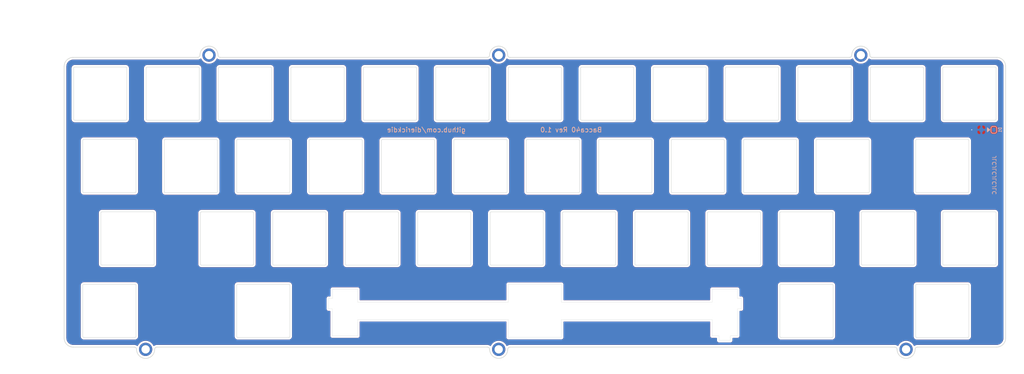
<source format=kicad_pcb>
(kicad_pcb (version 20171130) (host pcbnew "(5.1.10-1-10_14)")
  (layers (0 F.Cu signal) (31 B.Cu signal) (34 B.Paste user) (35 F.Paste user) (36 B.SilkS user) (37 F.SilkS user) (38 B.Mask user) (39 F.Mask user) (44 Edge.Cuts user))
  (net 0 "")
  (net 1 GND)
  (net 2 "Net-(D1-Pad1)")
  (module Keeb_footprints:MX100_outline (layer F.Cu) (at 270.298418 107.143896)
    (fp_text reference U43)
    (fp_text value HOLE)
  )
  (module Keeb_footprints:MX100_cutout (layer F.Cu) (at 384.598322 49.993944)
    (fp_text reference U49)
    (fp_text value HOLE)
    (fp_arc (start -6.7 6.7) (end -7 6.7) (angle -90) (layer Edge.Cuts) (width 0.1))
    (fp_arc (start -6.7 -6.7) (end -6.7 -7) (angle -90) (layer Edge.Cuts) (width 0.1))
    (fp_arc (start 6.7 -6.7) (end 7 -6.7) (angle -90) (layer Edge.Cuts) (width 0.1))
    (fp_arc (start 6.7 6.7) (end 6.7 7) (angle -90) (layer Edge.Cuts) (width 0.1))
    (fp_line (start 7 6.7) (end 7 -6.7) (layer Edge.Cuts) (width 0.1))
    (fp_line (start -7 6.7) (end -7 -6.7) (layer Edge.Cuts) (width 0.1))
    (fp_line (start 6.7 -7) (end -6.7 -7) (layer Edge.Cuts) (width 0.1))
    (fp_line (start 6.7 7) (end -6.7 7) (layer Edge.Cuts) (width 0.1))
  )
  (module random-keyboard-parts:Generic-Mounthole (layer F.Cu) (at 184.57349 39.87364)
    (fp_text reference H1)
    (fp_text value MountingHole)
    (pad 1 thru_hole circle (at 0 0) (size 3.5 3.5) (drill 2.2) (layers *.Cu *.Mask))
  )
  (module random-keyboard-parts:Generic-Mounthole (layer F.Cu) (at 167.904562 117.264265)
    (fp_text reference H2)
    (fp_text value MountingHole)
    (pad 1 thru_hole circle (at 0 0) (size 3.5 3.5) (drill 2.2) (layers *.Cu *.Mask))
  )
  (module random-keyboard-parts:Generic-Mounthole (layer F.Cu) (at 260.773394 39.873575)
    (fp_text reference H3)
    (fp_text value MountingHole)
    (pad 1 thru_hole circle (at 0 0) (size 3.5 3.5) (drill 2.2) (layers *.Cu *.Mask))
  )
  (module random-keyboard-parts:Generic-Mounthole (layer F.Cu) (at 260.773394 117.264265)
    (fp_text reference H4)
    (fp_text value MountingHole)
    (pad 1 thru_hole circle (at 0 0) (size 3.5 3.5) (drill 2.2) (layers *.Cu *.Mask))
  )
  (module random-keyboard-parts:Generic-Mounthole (layer F.Cu) (at 356.023474 39.873575)
    (fp_text reference H5)
    (fp_text value MountingHole)
    (pad 1 thru_hole circle (at 0 0) (size 3.5 3.5) (drill 2.2) (layers *.Cu *.Mask))
  )
  (module random-keyboard-parts:Generic-Mounthole (layer F.Cu) (at 367.929586 117.2642)
    (fp_text reference H22)
    (fp_text value MountingHole)
    (pad 1 thru_hole circle (at 0 0) (size 3.5 3.5) (drill 2.2) (layers *.Cu *.Mask))
  )
  (module Keeb_footprints:MX100_cutout (layer F.Cu) (at 377.454578 107.1567)
    (fp_text reference U48)
    (fp_text value HOLE)
    (fp_arc (start -6.7 6.7) (end -7 6.7) (angle -90) (layer Edge.Cuts) (width 0.1))
    (fp_arc (start -6.7 -6.7) (end -6.7 -7) (angle -90) (layer Edge.Cuts) (width 0.1))
    (fp_arc (start 6.7 -6.7) (end 7 -6.7) (angle -90) (layer Edge.Cuts) (width 0.1))
    (fp_arc (start 6.7 6.7) (end 6.7 7) (angle -90) (layer Edge.Cuts) (width 0.1))
    (fp_line (start 7 6.7) (end 7 -6.7) (layer Edge.Cuts) (width 0.1))
    (fp_line (start -7 6.7) (end -7 -6.7) (layer Edge.Cuts) (width 0.1))
    (fp_line (start 6.7 -7) (end -6.7 -7) (layer Edge.Cuts) (width 0.1))
    (fp_line (start 6.7 7) (end -6.7 7) (layer Edge.Cuts) (width 0.1))
  )
  (module Keeb_footprints:MX100_cutout (layer F.Cu) (at 341.735858 107.143896)
    (fp_text reference U47)
    (fp_text value HOLE)
    (fp_arc (start -6.7 6.7) (end -7 6.7) (angle -90) (layer Edge.Cuts) (width 0.1))
    (fp_arc (start -6.7 -6.7) (end -6.7 -7) (angle -90) (layer Edge.Cuts) (width 0.1))
    (fp_arc (start 6.7 -6.7) (end 7 -6.7) (angle -90) (layer Edge.Cuts) (width 0.1))
    (fp_arc (start 6.7 6.7) (end 6.7 7) (angle -90) (layer Edge.Cuts) (width 0.1))
    (fp_line (start 7 6.7) (end 7 -6.7) (layer Edge.Cuts) (width 0.1))
    (fp_line (start -7 6.7) (end -7 -6.7) (layer Edge.Cuts) (width 0.1))
    (fp_line (start 6.7 -7) (end -6.7 -7) (layer Edge.Cuts) (width 0.1))
    (fp_line (start 6.7 7) (end -6.7 7) (layer Edge.Cuts) (width 0.1))
  )
  (module Keeb_footprints:MX100_cutout (layer F.Cu) (at 198.860978 107.143896)
    (fp_text reference U39)
    (fp_text value HOLE)
    (fp_arc (start -6.7 6.7) (end -7 6.7) (angle -90) (layer Edge.Cuts) (width 0.1))
    (fp_arc (start -6.7 -6.7) (end -6.7 -7) (angle -90) (layer Edge.Cuts) (width 0.1))
    (fp_arc (start 6.7 -6.7) (end 7 -6.7) (angle -90) (layer Edge.Cuts) (width 0.1))
    (fp_arc (start 6.7 6.7) (end 6.7 7) (angle -90) (layer Edge.Cuts) (width 0.1))
    (fp_line (start 7 6.7) (end 7 -6.7) (layer Edge.Cuts) (width 0.1))
    (fp_line (start -7 6.7) (end -7 -6.7) (layer Edge.Cuts) (width 0.1))
    (fp_line (start 6.7 -7) (end -6.7 -7) (layer Edge.Cuts) (width 0.1))
    (fp_line (start 6.7 7) (end -6.7 7) (layer Edge.Cuts) (width 0.1))
  )
  (module Keeb_footprints:MX100_cutout (layer F.Cu) (at 158.379762 107.143896)
    (fp_text reference U37)
    (fp_text value HOLE)
    (fp_arc (start -6.7 6.7) (end -7 6.7) (angle -90) (layer Edge.Cuts) (width 0.1))
    (fp_arc (start -6.7 -6.7) (end -6.7 -7) (angle -90) (layer Edge.Cuts) (width 0.1))
    (fp_arc (start 6.7 -6.7) (end 7 -6.7) (angle -90) (layer Edge.Cuts) (width 0.1))
    (fp_arc (start 6.7 6.7) (end 6.7 7) (angle -90) (layer Edge.Cuts) (width 0.1))
    (fp_line (start 7 6.7) (end 7 -6.7) (layer Edge.Cuts) (width 0.1))
    (fp_line (start -7 6.7) (end -7 -6.7) (layer Edge.Cuts) (width 0.1))
    (fp_line (start 6.7 -7) (end -6.7 -7) (layer Edge.Cuts) (width 0.1))
    (fp_line (start 6.7 7) (end -6.7 7) (layer Edge.Cuts) (width 0.1))
  )
  (module Keeb_footprints:MX100_cutout (layer F.Cu) (at 384.598322 88.093912)
    (fp_text reference U36)
    (fp_text value HOLE)
    (fp_arc (start -6.7 6.7) (end -7 6.7) (angle -90) (layer Edge.Cuts) (width 0.1))
    (fp_arc (start -6.7 -6.7) (end -6.7 -7) (angle -90) (layer Edge.Cuts) (width 0.1))
    (fp_arc (start 6.7 -6.7) (end 7 -6.7) (angle -90) (layer Edge.Cuts) (width 0.1))
    (fp_arc (start 6.7 6.7) (end 6.7 7) (angle -90) (layer Edge.Cuts) (width 0.1))
    (fp_line (start 7 6.7) (end 7 -6.7) (layer Edge.Cuts) (width 0.1))
    (fp_line (start -7 6.7) (end -7 -6.7) (layer Edge.Cuts) (width 0.1))
    (fp_line (start 6.7 -7) (end -6.7 -7) (layer Edge.Cuts) (width 0.1))
    (fp_line (start 6.7 7) (end -6.7 7) (layer Edge.Cuts) (width 0.1))
  )
  (module Keeb_footprints:MX100_cutout (layer F.Cu) (at 363.16709 88.093912)
    (fp_text reference U35)
    (fp_text value HOLE)
    (fp_arc (start -6.7 6.7) (end -7 6.7) (angle -90) (layer Edge.Cuts) (width 0.1))
    (fp_arc (start -6.7 -6.7) (end -6.7 -7) (angle -90) (layer Edge.Cuts) (width 0.1))
    (fp_arc (start 6.7 -6.7) (end 7 -6.7) (angle -90) (layer Edge.Cuts) (width 0.1))
    (fp_arc (start 6.7 6.7) (end 6.7 7) (angle -90) (layer Edge.Cuts) (width 0.1))
    (fp_line (start 7 6.7) (end 7 -6.7) (layer Edge.Cuts) (width 0.1))
    (fp_line (start -7 6.7) (end -7 -6.7) (layer Edge.Cuts) (width 0.1))
    (fp_line (start 6.7 -7) (end -6.7 -7) (layer Edge.Cuts) (width 0.1))
    (fp_line (start 6.7 7) (end -6.7 7) (layer Edge.Cuts) (width 0.1))
  )
  (module Keeb_footprints:MX100_cutout (layer F.Cu) (at 341.710738 88.10662)
    (fp_text reference U34)
    (fp_text value HOLE)
    (fp_arc (start -6.7 6.7) (end -7 6.7) (angle -90) (layer Edge.Cuts) (width 0.1))
    (fp_arc (start -6.7 -6.7) (end -6.7 -7) (angle -90) (layer Edge.Cuts) (width 0.1))
    (fp_arc (start 6.7 -6.7) (end 7 -6.7) (angle -90) (layer Edge.Cuts) (width 0.1))
    (fp_arc (start 6.7 6.7) (end 6.7 7) (angle -90) (layer Edge.Cuts) (width 0.1))
    (fp_line (start 7 6.7) (end 7 -6.7) (layer Edge.Cuts) (width 0.1))
    (fp_line (start -7 6.7) (end -7 -6.7) (layer Edge.Cuts) (width 0.1))
    (fp_line (start 6.7 -7) (end -6.7 -7) (layer Edge.Cuts) (width 0.1))
    (fp_line (start 6.7 7) (end -6.7 7) (layer Edge.Cuts) (width 0.1))
  )
  (module Keeb_footprints:MX100_cutout (layer F.Cu) (at 322.660658 88.10662)
    (fp_text reference U33)
    (fp_text value HOLE)
    (fp_arc (start -6.7 6.7) (end -7 6.7) (angle -90) (layer Edge.Cuts) (width 0.1))
    (fp_arc (start -6.7 -6.7) (end -6.7 -7) (angle -90) (layer Edge.Cuts) (width 0.1))
    (fp_arc (start 6.7 -6.7) (end 7 -6.7) (angle -90) (layer Edge.Cuts) (width 0.1))
    (fp_arc (start 6.7 6.7) (end 6.7 7) (angle -90) (layer Edge.Cuts) (width 0.1))
    (fp_line (start 7 6.7) (end 7 -6.7) (layer Edge.Cuts) (width 0.1))
    (fp_line (start -7 6.7) (end -7 -6.7) (layer Edge.Cuts) (width 0.1))
    (fp_line (start 6.7 -7) (end -6.7 -7) (layer Edge.Cuts) (width 0.1))
    (fp_line (start 6.7 7) (end -6.7 7) (layer Edge.Cuts) (width 0.1))
  )
  (module Keeb_footprints:MX100_cutout (layer F.Cu) (at 303.610578 88.10662)
    (fp_text reference U32)
    (fp_text value HOLE)
    (fp_arc (start -6.7 6.7) (end -7 6.7) (angle -90) (layer Edge.Cuts) (width 0.1))
    (fp_arc (start -6.7 -6.7) (end -6.7 -7) (angle -90) (layer Edge.Cuts) (width 0.1))
    (fp_arc (start 6.7 -6.7) (end 7 -6.7) (angle -90) (layer Edge.Cuts) (width 0.1))
    (fp_arc (start 6.7 6.7) (end 6.7 7) (angle -90) (layer Edge.Cuts) (width 0.1))
    (fp_line (start 7 6.7) (end 7 -6.7) (layer Edge.Cuts) (width 0.1))
    (fp_line (start -7 6.7) (end -7 -6.7) (layer Edge.Cuts) (width 0.1))
    (fp_line (start 6.7 -7) (end -6.7 -7) (layer Edge.Cuts) (width 0.1))
    (fp_line (start 6.7 7) (end -6.7 7) (layer Edge.Cuts) (width 0.1))
  )
  (module Keeb_footprints:MX100_cutout (layer F.Cu) (at 284.560498 88.10662)
    (fp_text reference U31)
    (fp_text value HOLE)
    (fp_arc (start -6.7 6.7) (end -7 6.7) (angle -90) (layer Edge.Cuts) (width 0.1))
    (fp_arc (start -6.7 -6.7) (end -6.7 -7) (angle -90) (layer Edge.Cuts) (width 0.1))
    (fp_arc (start 6.7 -6.7) (end 7 -6.7) (angle -90) (layer Edge.Cuts) (width 0.1))
    (fp_arc (start 6.7 6.7) (end 6.7 7) (angle -90) (layer Edge.Cuts) (width 0.1))
    (fp_line (start 7 6.7) (end 7 -6.7) (layer Edge.Cuts) (width 0.1))
    (fp_line (start -7 6.7) (end -7 -6.7) (layer Edge.Cuts) (width 0.1))
    (fp_line (start 6.7 -7) (end -6.7 -7) (layer Edge.Cuts) (width 0.1))
    (fp_line (start 6.7 7) (end -6.7 7) (layer Edge.Cuts) (width 0.1))
  )
  (module Keeb_footprints:MX100_cutout (layer F.Cu) (at 265.510418 88.10662)
    (fp_text reference U30)
    (fp_text value HOLE)
    (fp_arc (start -6.7 6.7) (end -7 6.7) (angle -90) (layer Edge.Cuts) (width 0.1))
    (fp_arc (start -6.7 -6.7) (end -6.7 -7) (angle -90) (layer Edge.Cuts) (width 0.1))
    (fp_arc (start 6.7 -6.7) (end 7 -6.7) (angle -90) (layer Edge.Cuts) (width 0.1))
    (fp_arc (start 6.7 6.7) (end 6.7 7) (angle -90) (layer Edge.Cuts) (width 0.1))
    (fp_line (start 7 6.7) (end 7 -6.7) (layer Edge.Cuts) (width 0.1))
    (fp_line (start -7 6.7) (end -7 -6.7) (layer Edge.Cuts) (width 0.1))
    (fp_line (start 6.7 -7) (end -6.7 -7) (layer Edge.Cuts) (width 0.1))
    (fp_line (start 6.7 7) (end -6.7 7) (layer Edge.Cuts) (width 0.1))
  )
  (module Keeb_footprints:MX100_cutout (layer F.Cu) (at 246.460338 88.10662)
    (fp_text reference U29)
    (fp_text value HOLE)
    (fp_arc (start -6.7 6.7) (end -7 6.7) (angle -90) (layer Edge.Cuts) (width 0.1))
    (fp_arc (start -6.7 -6.7) (end -6.7 -7) (angle -90) (layer Edge.Cuts) (width 0.1))
    (fp_arc (start 6.7 -6.7) (end 7 -6.7) (angle -90) (layer Edge.Cuts) (width 0.1))
    (fp_arc (start 6.7 6.7) (end 6.7 7) (angle -90) (layer Edge.Cuts) (width 0.1))
    (fp_line (start 7 6.7) (end 7 -6.7) (layer Edge.Cuts) (width 0.1))
    (fp_line (start -7 6.7) (end -7 -6.7) (layer Edge.Cuts) (width 0.1))
    (fp_line (start 6.7 -7) (end -6.7 -7) (layer Edge.Cuts) (width 0.1))
    (fp_line (start 6.7 7) (end -6.7 7) (layer Edge.Cuts) (width 0.1))
  )
  (module Keeb_footprints:MX100_cutout (layer F.Cu) (at 227.435954 88.10662)
    (fp_text reference U28)
    (fp_text value HOLE)
    (fp_arc (start -6.7 6.7) (end -7 6.7) (angle -90) (layer Edge.Cuts) (width 0.1))
    (fp_arc (start -6.7 -6.7) (end -6.7 -7) (angle -90) (layer Edge.Cuts) (width 0.1))
    (fp_arc (start 6.7 -6.7) (end 7 -6.7) (angle -90) (layer Edge.Cuts) (width 0.1))
    (fp_arc (start 6.7 6.7) (end 6.7 7) (angle -90) (layer Edge.Cuts) (width 0.1))
    (fp_line (start 7 6.7) (end 7 -6.7) (layer Edge.Cuts) (width 0.1))
    (fp_line (start -7 6.7) (end -7 -6.7) (layer Edge.Cuts) (width 0.1))
    (fp_line (start 6.7 -7) (end -6.7 -7) (layer Edge.Cuts) (width 0.1))
    (fp_line (start 6.7 7) (end -6.7 7) (layer Edge.Cuts) (width 0.1))
  )
  (module Keeb_footprints:MX100_cutout (layer F.Cu) (at 208.360178 88.10662)
    (fp_text reference U27)
    (fp_text value HOLE)
    (fp_arc (start -6.7 6.7) (end -7 6.7) (angle -90) (layer Edge.Cuts) (width 0.1))
    (fp_arc (start -6.7 -6.7) (end -6.7 -7) (angle -90) (layer Edge.Cuts) (width 0.1))
    (fp_arc (start 6.7 -6.7) (end 7 -6.7) (angle -90) (layer Edge.Cuts) (width 0.1))
    (fp_arc (start 6.7 6.7) (end 6.7 7) (angle -90) (layer Edge.Cuts) (width 0.1))
    (fp_line (start 7 6.7) (end 7 -6.7) (layer Edge.Cuts) (width 0.1))
    (fp_line (start -7 6.7) (end -7 -6.7) (layer Edge.Cuts) (width 0.1))
    (fp_line (start 6.7 -7) (end -6.7 -7) (layer Edge.Cuts) (width 0.1))
    (fp_line (start 6.7 7) (end -6.7 7) (layer Edge.Cuts) (width 0.1))
  )
  (module Keeb_footprints:MX100_cutout (layer F.Cu) (at 189.310098 88.10662)
    (fp_text reference U26)
    (fp_text value HOLE)
    (fp_arc (start -6.7 6.7) (end -7 6.7) (angle -90) (layer Edge.Cuts) (width 0.1))
    (fp_arc (start -6.7 -6.7) (end -6.7 -7) (angle -90) (layer Edge.Cuts) (width 0.1))
    (fp_arc (start 6.7 -6.7) (end 7 -6.7) (angle -90) (layer Edge.Cuts) (width 0.1))
    (fp_arc (start 6.7 6.7) (end 6.7 7) (angle -90) (layer Edge.Cuts) (width 0.1))
    (fp_line (start 7 6.7) (end 7 -6.7) (layer Edge.Cuts) (width 0.1))
    (fp_line (start -7 6.7) (end -7 -6.7) (layer Edge.Cuts) (width 0.1))
    (fp_line (start 6.7 -7) (end -6.7 -7) (layer Edge.Cuts) (width 0.1))
    (fp_line (start 6.7 7) (end -6.7 7) (layer Edge.Cuts) (width 0.1))
  )
  (module Keeb_footprints:MX100_cutout (layer F.Cu) (at 163.142258 88.093912)
    (fp_text reference U25)
    (fp_text value HOLE)
    (fp_arc (start -6.7 6.7) (end -7 6.7) (angle -90) (layer Edge.Cuts) (width 0.1))
    (fp_arc (start -6.7 -6.7) (end -6.7 -7) (angle -90) (layer Edge.Cuts) (width 0.1))
    (fp_arc (start 6.7 -6.7) (end 7 -6.7) (angle -90) (layer Edge.Cuts) (width 0.1))
    (fp_arc (start 6.7 6.7) (end 6.7 7) (angle -90) (layer Edge.Cuts) (width 0.1))
    (fp_line (start 7 6.7) (end 7 -6.7) (layer Edge.Cuts) (width 0.1))
    (fp_line (start -7 6.7) (end -7 -6.7) (layer Edge.Cuts) (width 0.1))
    (fp_line (start 6.7 -7) (end -6.7 -7) (layer Edge.Cuts) (width 0.1))
    (fp_line (start 6.7 7) (end -6.7 7) (layer Edge.Cuts) (width 0.1))
  )
  (module Keeb_footprints:MX100_cutout (layer F.Cu) (at 377.454578 69.043928)
    (fp_text reference U24)
    (fp_text value HOLE)
    (fp_arc (start -6.7 6.7) (end -7 6.7) (angle -90) (layer Edge.Cuts) (width 0.1))
    (fp_arc (start -6.7 -6.7) (end -6.7 -7) (angle -90) (layer Edge.Cuts) (width 0.1))
    (fp_arc (start 6.7 -6.7) (end 7 -6.7) (angle -90) (layer Edge.Cuts) (width 0.1))
    (fp_arc (start 6.7 6.7) (end 6.7 7) (angle -90) (layer Edge.Cuts) (width 0.1))
    (fp_line (start 7 6.7) (end 7 -6.7) (layer Edge.Cuts) (width 0.1))
    (fp_line (start -7 6.7) (end -7 -6.7) (layer Edge.Cuts) (width 0.1))
    (fp_line (start 6.7 -7) (end -6.7 -7) (layer Edge.Cuts) (width 0.1))
    (fp_line (start 6.7 7) (end -6.7 7) (layer Edge.Cuts) (width 0.1))
  )
  (module Keeb_footprints:MX100_cutout (layer F.Cu) (at 351.235826 69.05654)
    (fp_text reference U23)
    (fp_text value HOLE)
    (fp_arc (start -6.7 6.7) (end -7 6.7) (angle -90) (layer Edge.Cuts) (width 0.1))
    (fp_arc (start -6.7 -6.7) (end -6.7 -7) (angle -90) (layer Edge.Cuts) (width 0.1))
    (fp_arc (start 6.7 -6.7) (end 7 -6.7) (angle -90) (layer Edge.Cuts) (width 0.1))
    (fp_arc (start 6.7 6.7) (end 6.7 7) (angle -90) (layer Edge.Cuts) (width 0.1))
    (fp_line (start 7 6.7) (end 7 -6.7) (layer Edge.Cuts) (width 0.1))
    (fp_line (start -7 6.7) (end -7 -6.7) (layer Edge.Cuts) (width 0.1))
    (fp_line (start 6.7 -7) (end -6.7 -7) (layer Edge.Cuts) (width 0.1))
    (fp_line (start 6.7 7) (end -6.7 7) (layer Edge.Cuts) (width 0.1))
  )
  (module Keeb_footprints:MX100_cutout (layer F.Cu) (at 332.185746 69.05654)
    (fp_text reference U22)
    (fp_text value HOLE)
    (fp_arc (start -6.7 6.7) (end -7 6.7) (angle -90) (layer Edge.Cuts) (width 0.1))
    (fp_arc (start -6.7 -6.7) (end -6.7 -7) (angle -90) (layer Edge.Cuts) (width 0.1))
    (fp_arc (start 6.7 -6.7) (end 7 -6.7) (angle -90) (layer Edge.Cuts) (width 0.1))
    (fp_arc (start 6.7 6.7) (end 6.7 7) (angle -90) (layer Edge.Cuts) (width 0.1))
    (fp_line (start 7 6.7) (end 7 -6.7) (layer Edge.Cuts) (width 0.1))
    (fp_line (start -7 6.7) (end -7 -6.7) (layer Edge.Cuts) (width 0.1))
    (fp_line (start 6.7 -7) (end -6.7 -7) (layer Edge.Cuts) (width 0.1))
    (fp_line (start 6.7 7) (end -6.7 7) (layer Edge.Cuts) (width 0.1))
  )
  (module Keeb_footprints:MX100_cutout (layer F.Cu) (at 313.135666 69.05654)
    (fp_text reference U21)
    (fp_text value HOLE)
    (fp_arc (start -6.7 6.7) (end -7 6.7) (angle -90) (layer Edge.Cuts) (width 0.1))
    (fp_arc (start -6.7 -6.7) (end -6.7 -7) (angle -90) (layer Edge.Cuts) (width 0.1))
    (fp_arc (start 6.7 -6.7) (end 7 -6.7) (angle -90) (layer Edge.Cuts) (width 0.1))
    (fp_arc (start 6.7 6.7) (end 6.7 7) (angle -90) (layer Edge.Cuts) (width 0.1))
    (fp_line (start 7 6.7) (end 7 -6.7) (layer Edge.Cuts) (width 0.1))
    (fp_line (start -7 6.7) (end -7 -6.7) (layer Edge.Cuts) (width 0.1))
    (fp_line (start 6.7 -7) (end -6.7 -7) (layer Edge.Cuts) (width 0.1))
    (fp_line (start 6.7 7) (end -6.7 7) (layer Edge.Cuts) (width 0.1))
  )
  (module Keeb_footprints:MX100_cutout (layer F.Cu) (at 294.085586 69.05654)
    (fp_text reference U20)
    (fp_text value HOLE)
    (fp_arc (start -6.7 6.7) (end -7 6.7) (angle -90) (layer Edge.Cuts) (width 0.1))
    (fp_arc (start -6.7 -6.7) (end -6.7 -7) (angle -90) (layer Edge.Cuts) (width 0.1))
    (fp_arc (start 6.7 -6.7) (end 7 -6.7) (angle -90) (layer Edge.Cuts) (width 0.1))
    (fp_arc (start 6.7 6.7) (end 6.7 7) (angle -90) (layer Edge.Cuts) (width 0.1))
    (fp_line (start 7 6.7) (end 7 -6.7) (layer Edge.Cuts) (width 0.1))
    (fp_line (start -7 6.7) (end -7 -6.7) (layer Edge.Cuts) (width 0.1))
    (fp_line (start 6.7 -7) (end -6.7 -7) (layer Edge.Cuts) (width 0.1))
    (fp_line (start 6.7 7) (end -6.7 7) (layer Edge.Cuts) (width 0.1))
  )
  (module Keeb_footprints:MX100_cutout (layer F.Cu) (at 275.035506 69.05654)
    (fp_text reference U19)
    (fp_text value HOLE)
    (fp_arc (start -6.7 6.7) (end -7 6.7) (angle -90) (layer Edge.Cuts) (width 0.1))
    (fp_arc (start -6.7 -6.7) (end -6.7 -7) (angle -90) (layer Edge.Cuts) (width 0.1))
    (fp_arc (start 6.7 -6.7) (end 7 -6.7) (angle -90) (layer Edge.Cuts) (width 0.1))
    (fp_arc (start 6.7 6.7) (end 6.7 7) (angle -90) (layer Edge.Cuts) (width 0.1))
    (fp_line (start 7 6.7) (end 7 -6.7) (layer Edge.Cuts) (width 0.1))
    (fp_line (start -7 6.7) (end -7 -6.7) (layer Edge.Cuts) (width 0.1))
    (fp_line (start 6.7 -7) (end -6.7 -7) (layer Edge.Cuts) (width 0.1))
    (fp_line (start 6.7 7) (end -6.7 7) (layer Edge.Cuts) (width 0.1))
  )
  (module Keeb_footprints:MX100_cutout (layer F.Cu) (at 255.985426 69.05654)
    (fp_text reference U18)
    (fp_text value HOLE)
    (fp_arc (start -6.7 6.7) (end -7 6.7) (angle -90) (layer Edge.Cuts) (width 0.1))
    (fp_arc (start -6.7 -6.7) (end -6.7 -7) (angle -90) (layer Edge.Cuts) (width 0.1))
    (fp_arc (start 6.7 -6.7) (end 7 -6.7) (angle -90) (layer Edge.Cuts) (width 0.1))
    (fp_arc (start 6.7 6.7) (end 6.7 7) (angle -90) (layer Edge.Cuts) (width 0.1))
    (fp_line (start 7 6.7) (end 7 -6.7) (layer Edge.Cuts) (width 0.1))
    (fp_line (start -7 6.7) (end -7 -6.7) (layer Edge.Cuts) (width 0.1))
    (fp_line (start 6.7 -7) (end -6.7 -7) (layer Edge.Cuts) (width 0.1))
    (fp_line (start 6.7 7) (end -6.7 7) (layer Edge.Cuts) (width 0.1))
  )
  (module Keeb_footprints:MX100_cutout (layer F.Cu) (at 236.935346 69.05654)
    (fp_text reference U17)
    (fp_text value HOLE)
    (fp_arc (start -6.7 6.7) (end -7 6.7) (angle -90) (layer Edge.Cuts) (width 0.1))
    (fp_arc (start -6.7 -6.7) (end -6.7 -7) (angle -90) (layer Edge.Cuts) (width 0.1))
    (fp_arc (start 6.7 -6.7) (end 7 -6.7) (angle -90) (layer Edge.Cuts) (width 0.1))
    (fp_arc (start 6.7 6.7) (end 6.7 7) (angle -90) (layer Edge.Cuts) (width 0.1))
    (fp_line (start 7 6.7) (end 7 -6.7) (layer Edge.Cuts) (width 0.1))
    (fp_line (start -7 6.7) (end -7 -6.7) (layer Edge.Cuts) (width 0.1))
    (fp_line (start 6.7 -7) (end -6.7 -7) (layer Edge.Cuts) (width 0.1))
    (fp_line (start 6.7 7) (end -6.7 7) (layer Edge.Cuts) (width 0.1))
  )
  (module Keeb_footprints:MX100_cutout (layer F.Cu) (at 217.885266 69.05654)
    (fp_text reference U16)
    (fp_text value HOLE)
    (fp_arc (start -6.7 6.7) (end -7 6.7) (angle -90) (layer Edge.Cuts) (width 0.1))
    (fp_arc (start -6.7 -6.7) (end -6.7 -7) (angle -90) (layer Edge.Cuts) (width 0.1))
    (fp_arc (start 6.7 -6.7) (end 7 -6.7) (angle -90) (layer Edge.Cuts) (width 0.1))
    (fp_arc (start 6.7 6.7) (end 6.7 7) (angle -90) (layer Edge.Cuts) (width 0.1))
    (fp_line (start 7 6.7) (end 7 -6.7) (layer Edge.Cuts) (width 0.1))
    (fp_line (start -7 6.7) (end -7 -6.7) (layer Edge.Cuts) (width 0.1))
    (fp_line (start 6.7 -7) (end -6.7 -7) (layer Edge.Cuts) (width 0.1))
    (fp_line (start 6.7 7) (end -6.7 7) (layer Edge.Cuts) (width 0.1))
  )
  (module Keeb_footprints:MX100_cutout (layer F.Cu) (at 198.860978 69.05654)
    (fp_text reference U15)
    (fp_text value HOLE)
    (fp_arc (start -6.7 6.7) (end -7 6.7) (angle -90) (layer Edge.Cuts) (width 0.1))
    (fp_arc (start -6.7 -6.7) (end -6.7 -7) (angle -90) (layer Edge.Cuts) (width 0.1))
    (fp_arc (start 6.7 -6.7) (end 7 -6.7) (angle -90) (layer Edge.Cuts) (width 0.1))
    (fp_arc (start 6.7 6.7) (end 6.7 7) (angle -90) (layer Edge.Cuts) (width 0.1))
    (fp_line (start 7 6.7) (end 7 -6.7) (layer Edge.Cuts) (width 0.1))
    (fp_line (start -7 6.7) (end -7 -6.7) (layer Edge.Cuts) (width 0.1))
    (fp_line (start 6.7 -7) (end -6.7 -7) (layer Edge.Cuts) (width 0.1))
    (fp_line (start 6.7 7) (end -6.7 7) (layer Edge.Cuts) (width 0.1))
  )
  (module Keeb_footprints:MX100_cutout (layer F.Cu) (at 179.785106 69.05654)
    (fp_text reference U14)
    (fp_text value HOLE)
    (fp_arc (start -6.7 6.7) (end -7 6.7) (angle -90) (layer Edge.Cuts) (width 0.1))
    (fp_arc (start -6.7 -6.7) (end -6.7 -7) (angle -90) (layer Edge.Cuts) (width 0.1))
    (fp_arc (start 6.7 -6.7) (end 7 -6.7) (angle -90) (layer Edge.Cuts) (width 0.1))
    (fp_arc (start 6.7 6.7) (end 6.7 7) (angle -90) (layer Edge.Cuts) (width 0.1))
    (fp_line (start 7 6.7) (end 7 -6.7) (layer Edge.Cuts) (width 0.1))
    (fp_line (start -7 6.7) (end -7 -6.7) (layer Edge.Cuts) (width 0.1))
    (fp_line (start 6.7 -7) (end -6.7 -7) (layer Edge.Cuts) (width 0.1))
    (fp_line (start 6.7 7) (end -6.7 7) (layer Edge.Cuts) (width 0.1))
  )
  (module Keeb_footprints:MX100_cutout (layer F.Cu) (at 158.379762 69.043928)
    (fp_text reference U13)
    (fp_text value HOLE)
    (fp_arc (start -6.7 6.7) (end -7 6.7) (angle -90) (layer Edge.Cuts) (width 0.1))
    (fp_arc (start -6.7 -6.7) (end -6.7 -7) (angle -90) (layer Edge.Cuts) (width 0.1))
    (fp_arc (start 6.7 -6.7) (end 7 -6.7) (angle -90) (layer Edge.Cuts) (width 0.1))
    (fp_arc (start 6.7 6.7) (end 6.7 7) (angle -90) (layer Edge.Cuts) (width 0.1))
    (fp_line (start 7 6.7) (end 7 -6.7) (layer Edge.Cuts) (width 0.1))
    (fp_line (start -7 6.7) (end -7 -6.7) (layer Edge.Cuts) (width 0.1))
    (fp_line (start 6.7 -7) (end -6.7 -7) (layer Edge.Cuts) (width 0.1))
    (fp_line (start 6.7 7) (end -6.7 7) (layer Edge.Cuts) (width 0.1))
  )
  (module Keeb_footprints:MX100_cutout (layer F.Cu) (at 365.52341 50.00646)
    (fp_text reference U12)
    (fp_text value HOLE)
    (fp_arc (start -6.7 6.7) (end -7 6.7) (angle -90) (layer Edge.Cuts) (width 0.1))
    (fp_arc (start -6.7 -6.7) (end -6.7 -7) (angle -90) (layer Edge.Cuts) (width 0.1))
    (fp_arc (start 6.7 -6.7) (end 7 -6.7) (angle -90) (layer Edge.Cuts) (width 0.1))
    (fp_arc (start 6.7 6.7) (end 6.7 7) (angle -90) (layer Edge.Cuts) (width 0.1))
    (fp_line (start 7 6.7) (end 7 -6.7) (layer Edge.Cuts) (width 0.1))
    (fp_line (start -7 6.7) (end -7 -6.7) (layer Edge.Cuts) (width 0.1))
    (fp_line (start 6.7 -7) (end -6.7 -7) (layer Edge.Cuts) (width 0.1))
    (fp_line (start 6.7 7) (end -6.7 7) (layer Edge.Cuts) (width 0.1))
  )
  (module Keeb_footprints:MX100_cutout (layer F.Cu) (at 346.47333 50.00646)
    (fp_text reference U11)
    (fp_text value HOLE)
    (fp_arc (start -6.7 6.7) (end -7 6.7) (angle -90) (layer Edge.Cuts) (width 0.1))
    (fp_arc (start -6.7 -6.7) (end -6.7 -7) (angle -90) (layer Edge.Cuts) (width 0.1))
    (fp_arc (start 6.7 -6.7) (end 7 -6.7) (angle -90) (layer Edge.Cuts) (width 0.1))
    (fp_arc (start 6.7 6.7) (end 6.7 7) (angle -90) (layer Edge.Cuts) (width 0.1))
    (fp_line (start 7 6.7) (end 7 -6.7) (layer Edge.Cuts) (width 0.1))
    (fp_line (start -7 6.7) (end -7 -6.7) (layer Edge.Cuts) (width 0.1))
    (fp_line (start 6.7 -7) (end -6.7 -7) (layer Edge.Cuts) (width 0.1))
    (fp_line (start 6.7 7) (end -6.7 7) (layer Edge.Cuts) (width 0.1))
  )
  (module Keeb_footprints:MX100_cutout (layer F.Cu) (at 327.42325 50.00646)
    (fp_text reference U10)
    (fp_text value HOLE)
    (fp_arc (start -6.7 6.7) (end -7 6.7) (angle -90) (layer Edge.Cuts) (width 0.1))
    (fp_arc (start -6.7 -6.7) (end -6.7 -7) (angle -90) (layer Edge.Cuts) (width 0.1))
    (fp_arc (start 6.7 -6.7) (end 7 -6.7) (angle -90) (layer Edge.Cuts) (width 0.1))
    (fp_arc (start 6.7 6.7) (end 6.7 7) (angle -90) (layer Edge.Cuts) (width 0.1))
    (fp_line (start 7 6.7) (end 7 -6.7) (layer Edge.Cuts) (width 0.1))
    (fp_line (start -7 6.7) (end -7 -6.7) (layer Edge.Cuts) (width 0.1))
    (fp_line (start 6.7 -7) (end -6.7 -7) (layer Edge.Cuts) (width 0.1))
    (fp_line (start 6.7 7) (end -6.7 7) (layer Edge.Cuts) (width 0.1))
  )
  (module Keeb_footprints:MX100_cutout (layer F.Cu) (at 308.37317 50.00646)
    (fp_text reference U9)
    (fp_text value HOLE)
    (fp_arc (start -6.7 6.7) (end -7 6.7) (angle -90) (layer Edge.Cuts) (width 0.1))
    (fp_arc (start -6.7 -6.7) (end -6.7 -7) (angle -90) (layer Edge.Cuts) (width 0.1))
    (fp_arc (start 6.7 -6.7) (end 7 -6.7) (angle -90) (layer Edge.Cuts) (width 0.1))
    (fp_arc (start 6.7 6.7) (end 6.7 7) (angle -90) (layer Edge.Cuts) (width 0.1))
    (fp_line (start 7 6.7) (end 7 -6.7) (layer Edge.Cuts) (width 0.1))
    (fp_line (start -7 6.7) (end -7 -6.7) (layer Edge.Cuts) (width 0.1))
    (fp_line (start 6.7 -7) (end -6.7 -7) (layer Edge.Cuts) (width 0.1))
    (fp_line (start 6.7 7) (end -6.7 7) (layer Edge.Cuts) (width 0.1))
  )
  (module Keeb_footprints:MX100_cutout (layer F.Cu) (at 289.32309 50.00646)
    (fp_text reference U8)
    (fp_text value HOLE)
    (fp_arc (start -6.7 6.7) (end -7 6.7) (angle -90) (layer Edge.Cuts) (width 0.1))
    (fp_arc (start -6.7 -6.7) (end -6.7 -7) (angle -90) (layer Edge.Cuts) (width 0.1))
    (fp_arc (start 6.7 -6.7) (end 7 -6.7) (angle -90) (layer Edge.Cuts) (width 0.1))
    (fp_arc (start 6.7 6.7) (end 6.7 7) (angle -90) (layer Edge.Cuts) (width 0.1))
    (fp_line (start 7 6.7) (end 7 -6.7) (layer Edge.Cuts) (width 0.1))
    (fp_line (start -7 6.7) (end -7 -6.7) (layer Edge.Cuts) (width 0.1))
    (fp_line (start 6.7 -7) (end -6.7 -7) (layer Edge.Cuts) (width 0.1))
    (fp_line (start 6.7 7) (end -6.7 7) (layer Edge.Cuts) (width 0.1))
  )
  (module Keeb_footprints:MX100_cutout (layer F.Cu) (at 270.27301 50.00646)
    (fp_text reference U7)
    (fp_text value HOLE)
    (fp_arc (start -6.7 6.7) (end -7 6.7) (angle -90) (layer Edge.Cuts) (width 0.1))
    (fp_arc (start -6.7 -6.7) (end -6.7 -7) (angle -90) (layer Edge.Cuts) (width 0.1))
    (fp_arc (start 6.7 -6.7) (end 7 -6.7) (angle -90) (layer Edge.Cuts) (width 0.1))
    (fp_arc (start 6.7 6.7) (end 6.7 7) (angle -90) (layer Edge.Cuts) (width 0.1))
    (fp_line (start 7 6.7) (end 7 -6.7) (layer Edge.Cuts) (width 0.1))
    (fp_line (start -7 6.7) (end -7 -6.7) (layer Edge.Cuts) (width 0.1))
    (fp_line (start 6.7 -7) (end -6.7 -7) (layer Edge.Cuts) (width 0.1))
    (fp_line (start 6.7 7) (end -6.7 7) (layer Edge.Cuts) (width 0.1))
  )
  (module Keeb_footprints:MX100_cutout (layer F.Cu) (at 251.22293 50.00646)
    (fp_text reference U6)
    (fp_text value HOLE)
    (fp_arc (start -6.7 6.7) (end -7 6.7) (angle -90) (layer Edge.Cuts) (width 0.1))
    (fp_arc (start -6.7 -6.7) (end -6.7 -7) (angle -90) (layer Edge.Cuts) (width 0.1))
    (fp_arc (start 6.7 -6.7) (end 7 -6.7) (angle -90) (layer Edge.Cuts) (width 0.1))
    (fp_arc (start 6.7 6.7) (end 6.7 7) (angle -90) (layer Edge.Cuts) (width 0.1))
    (fp_line (start 7 6.7) (end 7 -6.7) (layer Edge.Cuts) (width 0.1))
    (fp_line (start -7 6.7) (end -7 -6.7) (layer Edge.Cuts) (width 0.1))
    (fp_line (start 6.7 -7) (end -6.7 -7) (layer Edge.Cuts) (width 0.1))
    (fp_line (start 6.7 7) (end -6.7 7) (layer Edge.Cuts) (width 0.1))
  )
  (module Keeb_footprints:MX100_cutout (layer F.Cu) (at 232.17285 50.00646)
    (fp_text reference U5)
    (fp_text value HOLE)
    (fp_arc (start -6.7 6.7) (end -7 6.7) (angle -90) (layer Edge.Cuts) (width 0.1))
    (fp_arc (start -6.7 -6.7) (end -6.7 -7) (angle -90) (layer Edge.Cuts) (width 0.1))
    (fp_arc (start 6.7 -6.7) (end 7 -6.7) (angle -90) (layer Edge.Cuts) (width 0.1))
    (fp_arc (start 6.7 6.7) (end 6.7 7) (angle -90) (layer Edge.Cuts) (width 0.1))
    (fp_line (start 7 6.7) (end 7 -6.7) (layer Edge.Cuts) (width 0.1))
    (fp_line (start -7 6.7) (end -7 -6.7) (layer Edge.Cuts) (width 0.1))
    (fp_line (start 6.7 -7) (end -6.7 -7) (layer Edge.Cuts) (width 0.1))
    (fp_line (start 6.7 7) (end -6.7 7) (layer Edge.Cuts) (width 0.1))
  )
  (module Keeb_footprints:MX100_cutout (layer F.Cu) (at 213.12277 50.00646)
    (fp_text reference U4)
    (fp_text value HOLE)
    (fp_arc (start -6.7 6.7) (end -7 6.7) (angle -90) (layer Edge.Cuts) (width 0.1))
    (fp_arc (start -6.7 -6.7) (end -6.7 -7) (angle -90) (layer Edge.Cuts) (width 0.1))
    (fp_arc (start 6.7 -6.7) (end 7 -6.7) (angle -90) (layer Edge.Cuts) (width 0.1))
    (fp_arc (start 6.7 6.7) (end 6.7 7) (angle -90) (layer Edge.Cuts) (width 0.1))
    (fp_line (start 7 6.7) (end 7 -6.7) (layer Edge.Cuts) (width 0.1))
    (fp_line (start -7 6.7) (end -7 -6.7) (layer Edge.Cuts) (width 0.1))
    (fp_line (start 6.7 -7) (end -6.7 -7) (layer Edge.Cuts) (width 0.1))
    (fp_line (start 6.7 7) (end -6.7 7) (layer Edge.Cuts) (width 0.1))
  )
  (module Keeb_footprints:MX100_cutout (layer F.Cu) (at 194.07269 50.00646)
    (fp_text reference U3)
    (fp_text value HOLE)
    (fp_arc (start -6.7 6.7) (end -7 6.7) (angle -90) (layer Edge.Cuts) (width 0.1))
    (fp_arc (start -6.7 -6.7) (end -6.7 -7) (angle -90) (layer Edge.Cuts) (width 0.1))
    (fp_arc (start 6.7 -6.7) (end 7 -6.7) (angle -90) (layer Edge.Cuts) (width 0.1))
    (fp_arc (start 6.7 6.7) (end 6.7 7) (angle -90) (layer Edge.Cuts) (width 0.1))
    (fp_line (start 7 6.7) (end 7 -6.7) (layer Edge.Cuts) (width 0.1))
    (fp_line (start -7 6.7) (end -7 -6.7) (layer Edge.Cuts) (width 0.1))
    (fp_line (start 6.7 -7) (end -6.7 -7) (layer Edge.Cuts) (width 0.1))
    (fp_line (start 6.7 7) (end -6.7 7) (layer Edge.Cuts) (width 0.1))
  )
  (module Keeb_footprints:MX100_cutout (layer F.Cu) (at 175.02261 50.00646)
    (fp_text reference U2)
    (fp_text value HOLE)
    (fp_arc (start -6.7 6.7) (end -7 6.7) (angle -90) (layer Edge.Cuts) (width 0.1))
    (fp_arc (start -6.7 -6.7) (end -6.7 -7) (angle -90) (layer Edge.Cuts) (width 0.1))
    (fp_arc (start 6.7 -6.7) (end 7 -6.7) (angle -90) (layer Edge.Cuts) (width 0.1))
    (fp_arc (start 6.7 6.7) (end 6.7 7) (angle -90) (layer Edge.Cuts) (width 0.1))
    (fp_line (start 7 6.7) (end 7 -6.7) (layer Edge.Cuts) (width 0.1))
    (fp_line (start -7 6.7) (end -7 -6.7) (layer Edge.Cuts) (width 0.1))
    (fp_line (start 6.7 -7) (end -6.7 -7) (layer Edge.Cuts) (width 0.1))
    (fp_line (start 6.7 7) (end -6.7 7) (layer Edge.Cuts) (width 0.1))
  )
  (module Keeb_footprints:MX100_cutout (layer F.Cu) (at 155.97253 50.00646)
    (fp_text reference U1)
    (fp_text value HOLE)
    (fp_arc (start -6.7 6.7) (end -7 6.7) (angle -90) (layer Edge.Cuts) (width 0.1))
    (fp_arc (start -6.7 -6.7) (end -6.7 -7) (angle -90) (layer Edge.Cuts) (width 0.1))
    (fp_arc (start 6.7 -6.7) (end 7 -6.7) (angle -90) (layer Edge.Cuts) (width 0.1))
    (fp_arc (start 6.7 6.7) (end 6.7 7) (angle -90) (layer Edge.Cuts) (width 0.1))
    (fp_line (start 7 6.7) (end 7 -6.7) (layer Edge.Cuts) (width 0.1))
    (fp_line (start -7 6.7) (end -7 -6.7) (layer Edge.Cuts) (width 0.1))
    (fp_line (start 6.7 -7) (end -6.7 -7) (layer Edge.Cuts) (width 0.1))
    (fp_line (start 6.7 7) (end -6.7 7) (layer Edge.Cuts) (width 0.1))
  )
  (module Keeb_footprints:D_SOD-123_modified (layer B.Cu) (at 389.36137 59.51884 180)
    (fp_text reference D1 (at -3.302 0 270) (layer B.SilkS) (effects (font (size 0.8 0.7)) (justify mirror)))
    (fp_text value DIODE)
    (fp_line (start -0.9 0.4) (end -0.9 -0.4) (layer B.SilkS) (width 0.2))
    (fp_line (start -1.899962 0.9) (end -1.4 0.9) (layer B.SilkS) (width 0.2))
    (fp_line (start -2.4 0.4) (end -2.4 -0.4) (layer B.SilkS) (width 0.2))
    (fp_line (start -1.400038 -0.9) (end -1.9 -0.9) (layer B.SilkS) (width 0.2))
    (fp_poly (pts (xy -0.6858 0) (xy 0.1142 0.6) (xy 0.1142 -0.6)) (layer B.SilkS) (width 0.1))
    (fp_arc (start -1.4 -0.4) (end -1.4 -0.9) (angle 90) (layer B.SilkS) (width 0.2))
    (fp_arc (start -1.9 -0.4) (end -2.4 -0.4) (angle 90) (layer B.SilkS) (width 0.2))
    (fp_arc (start -1.9 0.4) (end -1.9 0.9) (angle 90) (layer B.SilkS) (width 0.2))
    (fp_arc (start -1.4 0.4) (end -0.9 0.4) (angle 90) (layer B.SilkS) (width 0.2))
    (pad 2 smd roundrect (at 1.65 0 180) (size 1 1.2) (layers B.Cu B.Paste B.Mask) (net 1 GND))
    (pad 1 smd roundrect (at -1.65 0 180) (size 1 1.2) (layers B.Cu B.Paste B.Mask) (net 2 "Net-(D1-Pad1)"))
  )
  (gr_line (start 318.72341 114.91892) (end 318.72341 113.71892) (layer Edge.Cuts) (width 0.05))
  (gr_line (start 321.72341 114.91892) (end 318.72341 114.91892) (layer Edge.Cuts) (width 0.05))
  (gr_line (start 321.72341 113.71892) (end 321.72341 114.91892) (layer Edge.Cuts) (width 0.05))
  (gr_line (start 316.92341 113.71892) (end 318.72341 113.71892) (layer Edge.Cuts) (width 0.05))
  (gr_line (start 316.92341 109.41892) (end 316.92341 113.71892) (layer Edge.Cuts) (width 0.05))
  (gr_line (start 323.57341 113.71892) (end 321.72341 113.71892) (layer Edge.Cuts) (width 0.05))
  (gr_line (start 323.57341 106.61892) (end 323.57341 113.71892) (layer Edge.Cuts) (width 0.05))
  (gr_line (start 324.57341 106.61892) (end 323.57341 106.61892) (layer Edge.Cuts) (width 0.05))
  (gr_line (start 324.57341 103.86892) (end 324.57341 106.61892) (layer Edge.Cuts) (width 0.05))
  (gr_line (start 323.57341 103.86892) (end 324.57341 103.86892) (layer Edge.Cuts) (width 0.05))
  (gr_line (start 323.57341 101.46892) (end 323.57341 103.86892) (layer Edge.Cuts) (width 0.05))
  (gr_line (start 316.92341 101.46892) (end 323.57341 101.46892) (layer Edge.Cuts) (width 0.05))
  (gr_line (start 316.92341 104.86892) (end 316.92341 101.46892) (layer Edge.Cuts) (width 0.05))
  (gr_line (start 223.67341 113.71892) (end 223.67341 109.41892) (layer Edge.Cuts) (width 0.05))
  (gr_line (start 217.02341 113.71892) (end 223.67341 113.71892) (layer Edge.Cuts) (width 0.05))
  (gr_line (start 217.02341 106.61892) (end 217.02341 113.71892) (layer Edge.Cuts) (width 0.05))
  (gr_line (start 216.02341 106.61892) (end 217.02341 106.61892) (layer Edge.Cuts) (width 0.05))
  (gr_line (start 216.02341 103.86892) (end 216.02341 106.61892) (layer Edge.Cuts) (width 0.05))
  (gr_line (start 217.07341 103.86892) (end 216.02341 103.86892) (layer Edge.Cuts) (width 0.05))
  (gr_line (start 217.07341 101.46892) (end 217.07341 103.86892) (layer Edge.Cuts) (width 0.05))
  (gr_line (start 223.67341 101.46892) (end 217.07341 101.46892) (layer Edge.Cuts) (width 0.05))
  (gr_line (start 223.67341 104.86892) (end 223.67341 101.46892) (layer Edge.Cuts) (width 0.05))
  (gr_line (start 263.32341 109.41892) (end 223.67341 109.41892) (layer Edge.Cuts) (width 0.05))
  (gr_line (start 263.32341 114.11892) (end 263.32341 109.41892) (layer Edge.Cuts) (width 0.05))
  (gr_line (start 277.27341 114.11892) (end 263.32341 114.11892) (layer Edge.Cuts) (width 0.05))
  (gr_line (start 277.27301 113.8567) (end 277.27341 114.11892) (layer Edge.Cuts) (width 0.05))
  (gr_line (start 263.32341 104.86892) (end 223.67341 104.86892) (layer Edge.Cuts) (width 0.05))
  (gr_line (start 263.32341 100.16892) (end 263.32341 104.86892) (layer Edge.Cuts) (width 0.05))
  (gr_line (start 277.27341 100.16892) (end 263.32341 100.16892) (layer Edge.Cuts) (width 0.05))
  (gr_line (start 277.27341 100.16892) (end 277.27341 104.86892) (layer Edge.Cuts) (width 0.05))
  (gr_line (start 277.27341 109.41892) (end 277.27301 113.8567) (layer Edge.Cuts) (width 0.05))
  (gr_line (start 316.92341 109.41892) (end 277.27341 109.41892) (layer Edge.Cuts) (width 0.05))
  (gr_line (start 277.27341 104.86892) (end 316.92341 104.86892) (layer Edge.Cuts) (width 0.05))
  (gr_arc (start 257.796829 39.873575) (end 257.796829 40.468888) (angle -90) (layer Edge.Cuts) (width 0.15))
  (gr_arc (start 263.749959 39.873575) (end 263.154646 39.873575) (angle -90) (layer Edge.Cuts) (width 0.15))
  (gr_arc (start 353.046909 39.873575) (end 353.046909 40.468888) (angle -90) (layer Edge.Cuts) (width 0.15))
  (gr_arc (start 359.000039 39.873575) (end 358.404726 39.873575) (angle -90) (layer Edge.Cuts) (width 0.15))
  (gr_line (start 370.906347 116.669132) (end 391.742666 116.66926) (layer Edge.Cuts) (width 0.15))
  (gr_arc (start 367.929782 117.264445) (end 365.54853 117.264445) (angle -180) (layer Edge.Cuts) (width 0.15))
  (gr_arc (start 370.906347 117.264445) (end 370.906347 116.669132) (angle -90) (layer Edge.Cuts) (width 0.15))
  (gr_arc (start 364.953217 117.264445) (end 365.54853 117.264445) (angle -90) (layer Edge.Cuts) (width 0.15))
  (gr_line (start 359.000039 40.468888) (end 391.742534 40.46876) (layer Edge.Cuts) (width 0.15))
  (gr_line (start 263.749959 40.468888) (end 353.046909 40.468888) (layer Edge.Cuts) (width 0.15))
  (gr_line (start 187.549863 40.468888) (end 257.796829 40.468888) (layer Edge.Cuts) (width 0.15))
  (gr_line (start 148.85411 40.46876) (end 181.596733 40.468888) (layer Edge.Cuts) (width 0.15))
  (gr_line (start 164.927997 116.668952) (end 148.85411 116.66908) (layer Edge.Cuts) (width 0.15))
  (gr_line (start 257.796829 116.668952) (end 170.881127 116.668952) (layer Edge.Cuts) (width 0.15))
  (gr_line (start 364.953217 116.669132) (end 263.749959 116.668952) (layer Edge.Cuts) (width 0.15))
  (gr_arc (start 260.773394 117.264265) (end 258.392142 117.264265) (angle -180) (layer Edge.Cuts) (width 0.15))
  (gr_arc (start 263.749959 117.264265) (end 263.749959 116.668952) (angle -90) (layer Edge.Cuts) (width 0.15))
  (gr_arc (start 257.796829 117.264265) (end 258.392142 117.264265) (angle -90) (layer Edge.Cuts) (width 0.15))
  (gr_arc (start 167.904562 117.264265) (end 165.52331 117.264265) (angle -180) (layer Edge.Cuts) (width 0.15))
  (gr_arc (start 170.881127 117.264265) (end 170.881127 116.668952) (angle -90) (layer Edge.Cuts) (width 0.15))
  (gr_arc (start 164.927997 117.264265) (end 165.52331 117.264265) (angle -90) (layer Edge.Cuts) (width 0.15))
  (gr_arc (start 184.573298 39.873575) (end 186.95455 39.873575) (angle -180) (layer Edge.Cuts) (width 0.15))
  (gr_arc (start 181.596733 39.873575) (end 181.596733 40.468888) (angle -90) (layer Edge.Cuts) (width 0.15))
  (gr_arc (start 187.549863 39.873575) (end 186.95455 39.873575) (angle -90) (layer Edge.Cuts) (width 0.15))
  (gr_arc (start 260.773394 39.873575) (end 263.154646 39.873575) (angle -180) (layer Edge.Cuts) (width 0.15))
  (gr_arc (start 356.023474 39.873575) (end 358.404726 39.873575) (angle -180) (layer Edge.Cuts) (width 0.15))
  (gr_line (start 146.47285 42.85002) (end 146.47285 114.28782) (layer Edge.Cuts) (width 0.15))
  (gr_line (start 394.123326 114.28782) (end 394.123326 42.85002) (layer Edge.Cuts) (width 0.15))
  (gr_arc (start 391.742066 42.85002) (end 394.123326 42.85002) (angle -90) (layer Edge.Cuts) (width 0.15))
  (gr_arc (start 391.742666 114.288) (end 391.742666 116.66926) (angle -90) (layer Edge.Cuts) (width 0.15))
  (gr_arc (start 148.85411 114.28782) (end 146.47285 114.28782) (angle -90) (layer Edge.Cuts) (width 0.15))
  (gr_arc (start 148.85411 42.85002) (end 148.85411 40.46876) (angle -90) (layer Edge.Cuts) (width 0.15))
  (gr_text JLCJLCJLCJLC (at 391.146754 71.425176 90) (layer B.SilkS) (effects (font (size 1 1)) (justify mirror)))
  (gr_text github.com/dierickdie (at 241.723378 59.518904) (layer B.SilkS) (effects (font (size 1.25 1.25) (thickness 0.2)) (justify mirror)))
  (gr_text "Bacca40 Rev 1.0" (at 279.82341 59.518904) (layer B.SilkS) (effects (font (size 1.25 1.25) (thickness 0.2)) (justify mirror)))
  (via (at 385.194165 59.51884) (size 0.5) (drill 0.25) (layers F.Cu B.Cu) (net 1))
  (segment (start 387.71137 59.51884) (end 385.194165 59.51884) (width 0.25) (layer B.Cu) (net 1))
  (zone (net 1) (net_name GND) (layer F.Cu) (connect_pads (clearance 0.508)) (min_thickness 0.254) (fill yes (arc_segments 32) (thermal_gap 0.508) (thermal_bridge_width 0.508))
    (polygon (pts (xy 398.88581 34.515758) (xy 398.88581 123.812708) (xy 142.90096 123.81286) (xy 142.90096 34.51561)))
  )
  (zone (net 1) (net_name GND) (layer B.Cu) (connect_pads (clearance 0.508)) (min_thickness 0.254) (fill yes (arc_segments 32) (thermal_gap 0.508) (thermal_bridge_width 0.508))
    (polygon (pts (xy 398.88581 34.51561) (xy 398.88581 123.81286) (xy 142.90096 123.81286) (xy 142.90096 34.51561)))
  )
)
</source>
